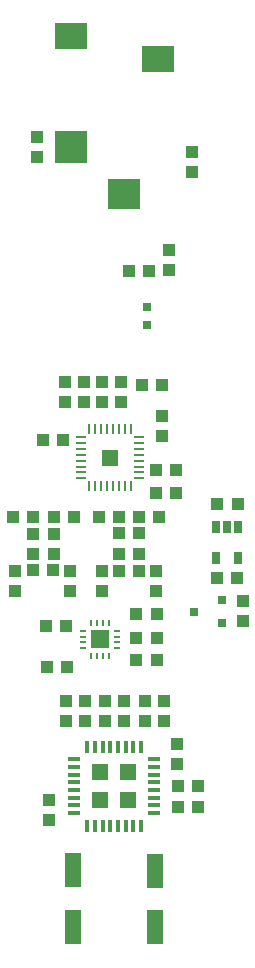
<source format=gbr>
G04 EAGLE Gerber RS-274X export*
G75*
%MOMM*%
%FSLAX34Y34*%
%LPD*%
%INSolderpaste Top*%
%IPPOS*%
%AMOC8*
5,1,8,0,0,1.08239X$1,22.5*%
G01*
%ADD10R,0.800000X0.800000*%
%ADD11R,1.400000X3.000000*%
%ADD12R,1.480000X1.480000*%
%ADD13R,0.320000X1.010000*%
%ADD14R,1.010000X0.320000*%
%ADD15R,1.320000X1.320000*%
%ADD16R,0.840000X0.270000*%
%ADD17R,0.270000X0.840000*%
%ADD18R,1.000000X1.100000*%
%ADD19R,1.100000X1.000000*%
%ADD20R,0.250000X0.600000*%
%ADD21R,0.600000X0.250000*%
%ADD22R,1.600000X1.600000*%
%ADD23R,0.660000X1.000000*%
%ADD24R,2.800000X2.600000*%
%ADD25R,2.800000X2.200000*%
%ADD26R,2.800000X2.800000*%


D10*
X27686Y181794D03*
X27686Y196794D03*
D11*
X34449Y-327943D03*
X34449Y-279943D03*
X-35243Y-327816D03*
X-35243Y-279816D03*
D12*
X11242Y-220284D03*
X-12258Y-220284D03*
X11242Y-196784D03*
X-12258Y-196784D03*
D13*
X22242Y-174934D03*
X15742Y-174934D03*
X9242Y-174934D03*
X2742Y-174934D03*
X-3758Y-174934D03*
X-10258Y-174934D03*
X-16758Y-174934D03*
X-23258Y-174934D03*
X-23258Y-242134D03*
X-16758Y-242134D03*
X-10258Y-242134D03*
X-3758Y-242134D03*
X2742Y-242134D03*
X9242Y-242134D03*
X15742Y-242134D03*
X22242Y-242134D03*
D14*
X33092Y-231284D03*
X33092Y-224784D03*
X33092Y-218284D03*
X33092Y-211784D03*
X33092Y-205284D03*
X33092Y-198784D03*
X33092Y-192284D03*
X33092Y-185784D03*
X-34108Y-185784D03*
X-34108Y-192284D03*
X-34108Y-198784D03*
X-34108Y-205284D03*
X-34108Y-211784D03*
X-34108Y-218284D03*
X-34108Y-224784D03*
X-34108Y-231284D03*
D15*
X-4064Y69596D03*
D16*
X-28414Y87096D03*
X-28414Y82096D03*
X-28414Y77096D03*
X-28414Y72096D03*
X-28414Y67096D03*
X-28414Y62096D03*
X-28414Y57096D03*
X-28414Y52096D03*
X20286Y52096D03*
X20286Y57096D03*
X20286Y62096D03*
X20286Y67096D03*
X20286Y72096D03*
X20286Y77096D03*
X20286Y82096D03*
X20286Y87096D03*
D17*
X13436Y93946D03*
X8436Y93946D03*
X3436Y93946D03*
X-1564Y93946D03*
X-6564Y93946D03*
X-11564Y93946D03*
X-16564Y93946D03*
X-21564Y93946D03*
X-21564Y45246D03*
X-16564Y45246D03*
X-11564Y45246D03*
X-6564Y45246D03*
X-1564Y45246D03*
X3436Y45246D03*
X8436Y45246D03*
X13436Y45246D03*
D18*
X-10668Y133468D03*
X-10668Y116468D03*
X-42164Y133468D03*
X-42164Y116468D03*
X-26416Y133468D03*
X-26416Y116468D03*
X22742Y130810D03*
X39742Y130810D03*
D19*
X-60570Y84328D03*
X-43570Y84328D03*
D18*
X5588Y133468D03*
X5588Y116468D03*
D19*
X51680Y39370D03*
X34680Y39370D03*
D18*
X39624Y105274D03*
X39624Y88274D03*
D19*
X51680Y59436D03*
X34680Y59436D03*
X45720Y245228D03*
X45720Y228228D03*
D18*
X11820Y227838D03*
X28820Y227838D03*
D19*
X53730Y-226060D03*
X70730Y-226060D03*
D18*
X-55372Y-236846D03*
X-55372Y-219846D03*
X53086Y-173110D03*
X53086Y-190110D03*
D19*
X70730Y-208788D03*
X53730Y-208788D03*
D18*
X-8636Y-153026D03*
X-8636Y-136026D03*
X7874Y-153026D03*
X7874Y-136026D03*
X35306Y-26552D03*
X35306Y-43552D03*
D19*
X20574Y5452D03*
X20574Y-11548D03*
D18*
X-10668Y-26298D03*
X-10668Y-43298D03*
D19*
X3692Y-26162D03*
X20692Y-26162D03*
X3810Y5452D03*
X3810Y-11548D03*
X-13072Y19304D03*
X3928Y19304D03*
X37710Y19304D03*
X20710Y19304D03*
D18*
X-84328Y-26044D03*
X-84328Y-43044D03*
D19*
X-69342Y5198D03*
X-69342Y-11802D03*
D18*
X-37592Y-26298D03*
X-37592Y-43298D03*
D19*
X-52206Y-25908D03*
X-69206Y-25908D03*
X-51816Y5198D03*
X-51816Y-11802D03*
X-34680Y19050D03*
X-51680Y19050D03*
X-86478Y19050D03*
X-69478Y19050D03*
D20*
X-4946Y-70328D03*
X-9946Y-70328D03*
X-14946Y-70328D03*
X-19946Y-70328D03*
D21*
X-26446Y-76828D03*
X-26446Y-81828D03*
X-26446Y-86828D03*
X-26446Y-91828D03*
D20*
X-19946Y-98328D03*
X-14946Y-98328D03*
X-9946Y-98328D03*
X-4946Y-98328D03*
D21*
X1554Y-91828D03*
X1554Y-86828D03*
X1554Y-81828D03*
X1554Y-76828D03*
D22*
X-12446Y-84328D03*
D10*
X90740Y-70206D03*
X90740Y-51206D03*
X66740Y-60706D03*
D19*
X-58030Y-73152D03*
X-41030Y-73152D03*
X35424Y-101600D03*
X18424Y-101600D03*
D23*
X104496Y10864D03*
X94996Y10864D03*
X85496Y10864D03*
X85496Y-15436D03*
X104496Y-15436D03*
D19*
X86496Y-32004D03*
X103496Y-32004D03*
X87004Y30226D03*
X104004Y30226D03*
X18424Y-83058D03*
X35424Y-83058D03*
X-66040Y324240D03*
X-66040Y341240D03*
D24*
X7500Y292798D03*
D25*
X37000Y406798D03*
X-37000Y426798D03*
D26*
X-37000Y332798D03*
D19*
X35424Y-62484D03*
X18424Y-62484D03*
X-57522Y-107442D03*
X-40522Y-107442D03*
X65278Y328286D03*
X65278Y311286D03*
D18*
X25654Y-136026D03*
X25654Y-153026D03*
X41910Y-136026D03*
X41910Y-153026D03*
X-41656Y-136026D03*
X-41656Y-153026D03*
X-25146Y-136026D03*
X-25146Y-153026D03*
D19*
X108204Y-68698D03*
X108204Y-51698D03*
M02*

</source>
